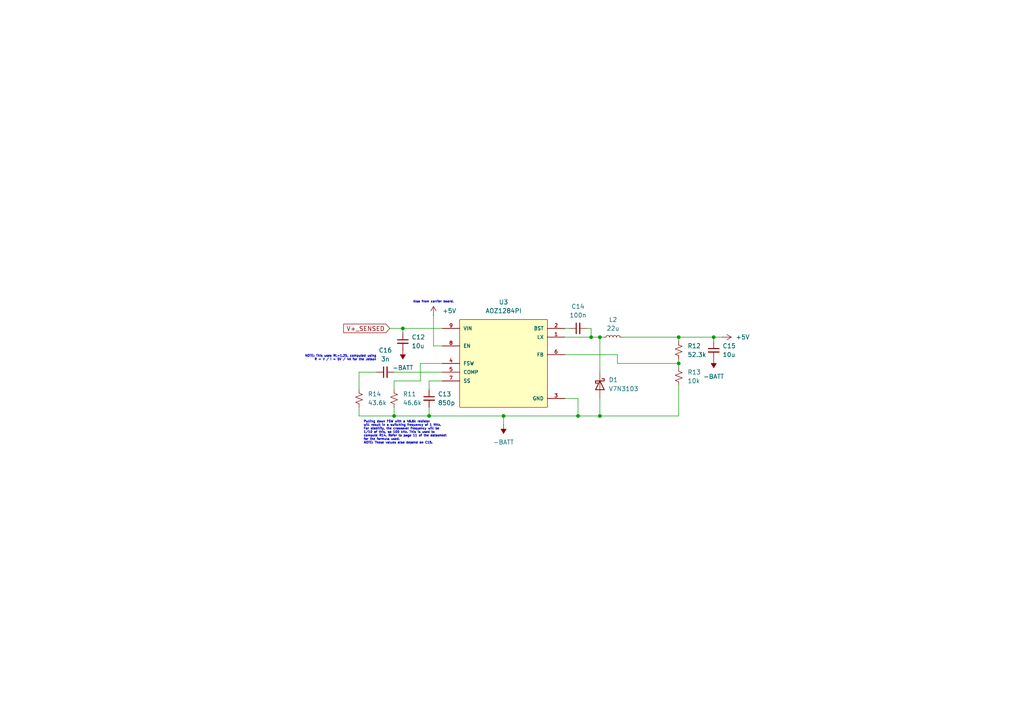
<source format=kicad_sch>
(kicad_sch (version 20250114) (generator "eeschema") (generator_version "9.0")
  (paper "A4")
  (lib_symbols
    (symbol "AOZ1284PI:AOZ1284PI" (pin_names (offset 1.016))
      (property "Reference" "U" (at -12.7 12.7 0))
      (property "Value" "AOZ1284PI" (at -12.7 -15.24 0))
      (symbol "AOZ1284PI_0_0"
        (rectangle (start -12.7 -12.7) (end 12.7 12.7) (stroke (width 0.1524)) (fill (type background)))
        (pin input line (at -17.78 10.16 0) (length 5.08) (name "VIN") (number "9"))
        (pin input line (at -17.78 5.08 0) (length 5.08) (name "EN") (number "8"))
        (pin passive line (at -17.78 0 0) (length 5.08) (name "FSW") (number "4"))
        (pin passive line (at -17.78 -2.54 0) (length 5.08) (name "COMP") (number "5"))
        (pin passive line (at -17.78 -5.08 0) (length 5.08) (name "SS") (number "7"))
        (pin output line (at 17.78 10.16 180) (length 5.08) (name "BST") (number "2"))
        (pin output line (at 17.78 7.62 180) (length 5.08) (name "LX") (number "1"))
        (pin input line (at 17.78 2.54 180) (length 5.08) (name "FB") (number "6"))
        (pin power_in line (at 17.78 -10.16 180) (length 5.08) (name "GND") (number "3"))
      )
    )
    (symbol "Device:C_Small" (pin_numbers (hide yes)) (pin_names (offset 0.254) (hide yes))
      (property "Reference" "C" (at 0.254 1.778 0))
      (property "Value" "C_Small" (at 0.254 -2.032 0))
      (symbol "C_Small_0_1"
        (polyline (pts (xy -1.524 0.508) (xy 1.524 0.508)) (stroke (width 0.3048)))
        (polyline (pts (xy -1.524 -0.508) (xy 1.524 -0.508)) (stroke (width 0.3302)))
      )
      (symbol "C_Small_1_1"
        (pin passive line (at 0 2.54 270) (length 2.032) (name "~") (number "1"))
        (pin passive line (at 0 -2.54 90) (length 2.032) (name "~") (number "2"))
      )
    )
    (symbol "Device:D_Schottky" (pin_numbers (hide yes)) (pin_names (offset 1.016) (hide yes))
      (property "Reference" "D" (at 0 2.54 0))
      (property "Value" "D_Schottky" (at 0 -2.54 0))
      (symbol "D_Schottky_0_1"
        (polyline (pts (xy -1.905 0.635) (xy -1.905 1.27) (xy -1.27 1.27) (xy -1.27 -1.27) (xy -0.635 -1.27) (xy -0.635 -0.635)) (stroke (width 0.254)))
        (polyline (pts (xy 1.27 1.27) (xy 1.27 -1.27) (xy -1.27 0) (xy 1.27 1.27)) (stroke (width 0.254)))
        (polyline (pts (xy 1.27 0) (xy -1.27 0)))
      )
      (symbol "D_Schottky_1_1"
        (pin passive line (at -3.81 0 0) (length 2.54) (name "K") (number "1"))
        (pin passive line (at 3.81 0 180) (length 2.54) (name "A") (number "2"))
      )
    )
    (symbol "Device:L_Small" (pin_numbers (hide yes)) (pin_names (offset 0.254) (hide yes))
      (property "Reference" "L" (at 0.762 1.016 0))
      (property "Value" "L_Small" (at 0.762 -1.016 0))
      (symbol "L_Small_0_1"
        (arc (start 0 2.032) (mid 0.5058 1.524) (end 0 1.016))
        (arc (start 0 1.016) (mid 0.5058 0.508) (end 0 0))
        (arc (start 0 0) (mid 0.5058 -0.508) (end 0 -1.016))
        (arc (start 0 -1.016) (mid 0.5058 -1.524) (end 0 -2.032))
      )
      (symbol "L_Small_1_1"
        (pin passive line (at 0 2.54 270) (length 0.508) (name "~") (number "1"))
        (pin passive line (at 0 -2.54 90) (length 0.508) (name "~") (number "2"))
      )
    )
    (symbol "Device:R_Small_US" (pin_numbers (hide yes)) (pin_names (offset 0.254) (hide yes))
      (property "Reference" "R" (at 0.762 0.508 0))
      (property "Value" "R_Small_US" (at 0.762 -1.016 0))
      (symbol "R_Small_US_1_1"
        (polyline (pts (xy 0 1.524) (xy 1.016 1.143) (xy 0 0.762) (xy -1.016 0.381) (xy 0 0)))
        (polyline (pts (xy 0 0) (xy 1.016 -0.381) (xy 0 -0.762) (xy -1.016 -1.143) (xy 0 -1.524)))
        (pin passive line (at 0 2.54 270) (length 1.016) (name "~") (number "1"))
        (pin passive line (at 0 -2.54 90) (length 1.016) (name "~") (number "2"))
      )
    )
    (symbol "power:+24V" (power) (pin_numbers (hide yes)) (pin_names (offset 0) (hide yes))
      (property "Value" "+24V" (at 0 3.556 0))
      (symbol "+24V_0_1"
        (polyline (pts (xy -0.762 1.27) (xy 0 2.54)))
        (polyline (pts (xy 0 2.54) (xy 0.762 1.27)))
        (polyline (pts (xy 0 0) (xy 0 2.54)))
      )
      (symbol "+24V_1_1"
        (pin power_in line (at 0 0 90) (length 0) (name "~") (number "1"))
      )
    )
    (symbol "power:+5V" (power) (pin_numbers (hide yes)) (pin_names (offset 0) (hide yes))
      (property "Value" "+5V" (at 0 3.556 0))
      (symbol "+5V_0_1"
        (polyline (pts (xy -0.762 1.27) (xy 0 2.54)))
        (polyline (pts (xy 0 2.54) (xy 0.762 1.27)))
        (polyline (pts (xy 0 0) (xy 0 2.54)))
      )
      (symbol "+5V_1_1"
        (pin power_in line (at 0 0 90) (length 0) (name "~") (number "1"))
      )
    )
    (symbol "power:-BATT" (power) (pin_numbers (hide yes)) (pin_names (offset 0) (hide yes))
      (property "Value" "-BATT" (at 0 3.556 0))
      (symbol "-BATT_0_1"
        (polyline (pts (xy 0 0) (xy 0 2.54)))
        (polyline (pts (xy 0.762 1.27) (xy -0.762 1.27) (xy 0 2.54) (xy 0.762 1.27)) (fill (type outline)))
      )
      (symbol "-BATT_1_1"
        (pin power_in line (at 0 0 90) (length 0) (name "~") (number "1"))
      )
    )
  )
  (text "Pulling down FSW with a 46.6k resistor\nwill result in a switching frequency of 1 MHz.\nFor stability, the crossover frequency will be\n1/10 of this, so 100 kHz. This is used to\ncompute R14. Refer to page 11 of the datasheet\nfor the formula used.\nNOTE: These values also depend on C15." (at 105.41 125.476 0) (effects (font (size 0.635 0.635)) (justify left)))
  (text "NOTE: This uses RL=1.25, computed using\nR = V / I = 5V / 4A for the Jetson" (at 109.22 103.886 0) (effects (font (size 0.635 0.635)) (justify right)))
  (text "Also from carrier board.\n" (at 125.73 87.63 0) (effects (font (size 0.635 0.635))))
  (junction (at 207.01 97.79))
  (junction (at 114.3 120.65))
  (junction (at 124.46 120.65))
  (junction (at 173.99 97.79))
  (junction (at 167.64 120.65))
  (junction (at 196.85 97.79))
  (junction (at 146.05 120.65))
  (junction (at 173.99 120.65))
  (junction (at 171.45 97.79))
  (junction (at 116.84 95.25))
  (junction (at 196.85 105.41))
  (wire (pts (xy 163.83 95.25) (xy 165.1 95.25)))
  (wire (pts (xy 104.14 118.11) (xy 104.14 120.65)))
  (wire (pts (xy 121.92 110.49) (xy 114.3 110.49)))
  (wire (pts (xy 114.3 118.11) (xy 114.3 120.65)))
  (wire (pts (xy 167.64 115.57) (xy 167.64 120.65)))
  (wire (pts (xy 146.05 120.65) (xy 124.46 120.65)))
  (wire (pts (xy 207.01 97.79) (xy 209.55 97.79)))
  (wire (pts (xy 173.99 97.79) (xy 173.99 107.95)))
  (wire (pts (xy 179.07 102.87) (xy 179.07 105.41)))
  (wire (pts (xy 173.99 120.65) (xy 196.85 120.65)))
  (wire (pts (xy 196.85 104.14) (xy 196.85 105.41)))
  (wire (pts (xy 114.3 110.49) (xy 114.3 113.03)))
  (wire (pts (xy 167.64 120.65) (xy 173.99 120.65)))
  (wire (pts (xy 104.14 120.65) (xy 114.3 120.65)))
  (wire (pts (xy 125.73 100.33) (xy 128.27 100.33)))
  (wire (pts (xy 173.99 115.57) (xy 173.99 120.65)))
  (wire (pts (xy 109.22 107.95) (xy 104.14 107.95)))
  (wire (pts (xy 124.46 120.65) (xy 124.46 118.11)))
  (wire (pts (xy 128.27 110.49) (xy 124.46 110.49)))
  (wire (pts (xy 207.01 97.79) (xy 207.01 99.06)))
  (wire (pts (xy 104.14 107.95) (xy 104.14 113.03)))
  (wire (pts (xy 171.45 97.79) (xy 173.99 97.79)))
  (wire (pts (xy 114.3 120.65) (xy 124.46 120.65)))
  (wire (pts (xy 163.83 115.57) (xy 167.64 115.57)))
  (wire (pts (xy 125.73 91.44) (xy 125.73 100.33)))
  (wire (pts (xy 146.05 120.65) (xy 146.05 123.19)))
  (wire (pts (xy 196.85 111.76) (xy 196.85 120.65)))
  (wire (pts (xy 163.83 102.87) (xy 179.07 102.87)))
  (wire (pts (xy 171.45 95.25) (xy 171.45 97.79)))
  (wire (pts (xy 163.83 97.79) (xy 171.45 97.79)))
  (wire (pts (xy 170.18 95.25) (xy 171.45 95.25)))
  (wire (pts (xy 113.03 95.25) (xy 116.84 95.25)))
  (wire (pts (xy 167.64 120.65) (xy 146.05 120.65)))
  (wire (pts (xy 179.07 105.41) (xy 196.85 105.41)))
  (wire (pts (xy 114.3 107.95) (xy 128.27 107.95)))
  (wire (pts (xy 196.85 97.79) (xy 207.01 97.79)))
  (wire (pts (xy 124.46 110.49) (xy 124.46 113.03)))
  (wire (pts (xy 196.85 106.68) (xy 196.85 105.41)))
  (wire (pts (xy 116.84 96.52) (xy 116.84 95.25)))
  (wire (pts (xy 196.85 97.79) (xy 196.85 99.06)))
  (wire (pts (xy 173.99 97.79) (xy 175.26 97.79)))
  (wire (pts (xy 180.34 97.79) (xy 196.85 97.79)))
  (wire (pts (xy 128.27 105.41) (xy 121.92 105.41)))
  (wire (pts (xy 121.92 105.41) (xy 121.92 110.49)))
  (wire (pts (xy 116.84 95.25) (xy 128.27 95.25)))
  (global_label "V+_SENSED" (shape input) (at 113.03 95.25 180) (property "Intersheetrefs" "${INTERSHEET_REFS}" (effects (hide yes))))
  (symbol (lib_id "Device:C_Small") (at 207.01 101.6 0) (unit 1)
    (property "Reference" "C15" (at 209.55 100.3362 0) (effects (justify left)))
    (property "Value" "10u" (at 209.55 102.8762 0) (effects (justify left)))
    (property "Description" "Unpolarized capacitor, small symbol" (effects (hide yes)))
  )
  (symbol (lib_id "power:-BATT") (at 116.84 101.6 180) (unit 1)
    (property "Reference" "#PWR020" (effects (hide yes)))
    (property "Value" "-BATT" (at 116.84 106.68 0))
    (property "Description" "Power symbol creates a global label with name \"-BATT\"" (effects (hide yes)))
  )
  (symbol (lib_id "AOZ1284PI:AOZ1284PI") (at 146.05 105.41 0) (unit 1)
    (property "Reference" "U3" (at 146.05 87.63 0))
    (property "Value" "AOZ1284PI" (at 146.05 90.17 0))
    (property "Footprint" "external_symbols:SOP127P600X170-9N" (effects (hide yes)))
    (property "E2_MAX" "2.58" (effects (hide yes)))
    (property "E1_MIN" "3.8" (effects (hide yes)))
    (property "B_NOM" "0.41" (effects (hide yes)))
    (property "D_MAX" "5.0" (effects (hide yes)))
    (property "E1_NOM" "3.9" (effects (hide yes)))
    (property "B_MAX" "0.51" (effects (hide yes)))
    (property "Description_1" "Buck Switching Regulator IC Positive Adjustable 0.8V 1 Output 4A 8-SOIC (0.154, 3.90mm Width) Exposed Pad" (effects (hide yes)))
    (property "Price" "None" (effects (hide yes)))
    (property "D2_MAX" "3.5" (effects (hide yes)))
    (property "ENOM" "1.27" (effects (hide yes)))
    (property "D_NOM" "4.9" (effects (hide yes)))
    (property "L_MAX" "1.27" (effects (hide yes)))
    (property "A_MAX" "1.7" (effects (hide yes)))
    (property "Package" "SO-8 Alpha &amp;" (effects (hide yes)))
    (property "A_NOM" "1.7" (effects (hide yes)))
    (property "Check_prices" "https://www.snapeda.com/parts/AOZ1284PI/Alpha/view-part/?ref=eda" (effects (hide yes)))
    (property "A_MIN" "1.7" (effects (hide yes)))
    (property "STANDARD" "IPC 7351B" (effects (hide yes)))
    (property "PARTREV" "0.5" (effects (hide yes)))
    (property "SnapEDA_Link" "https://www.snapeda.com/parts/AOZ1284PI/Alpha/view-part/?ref=snap" (effects (hide yes)))
    (property "E_NOM" "6.0" (effects (hide yes)))
    (property "B_MIN" "0.31" (effects (hide yes)))
    (property "PIN_COUNT" "8.0" (effects (hide yes)))
    (property "L_NOM" "0.835" (effects (hide yes)))
    (property "MANUFACTURER" "Alpha and Omega" (effects (hide yes)))
    (property "MF" "Alpha &" (effects (hide yes)))
    (property "MAXIMUM_PACKAGE_HEIGHT" "1.7mm" (effects (hide yes)))
    (property "A1_MIN" "0.1" (effects (hide yes)))
    (property "E1_MAX" "4.0" (effects (hide yes)))
    (property "E_MIN" "5.8" (effects (hide yes)))
    (property "D_MIN" "4.8" (effects (hide yes)))
    (property "MP" "AOZ1284PI" (effects (hide yes)))
    (property "L_MIN" "0.4" (effects (hide yes)))
    (property "Availability" "In Stock" (effects (hide yes)))
    (property "E_MAX" "6.2" (effects (hide yes)))
  )
  (symbol (lib_id "Device:R_Small_US") (at 196.85 101.6 0) (unit 1)
    (property "Reference" "R12" (at 199.39 100.3299 0) (effects (justify left)))
    (property "Value" "52.3k" (at 199.39 102.8699 0) (effects (justify left)))
    (property "Description" "Resistor, small US symbol" (effects (hide yes)))
  )
  (symbol (lib_id "Device:R_Small_US") (at 104.14 115.57 0) (unit 1)
    (property "Reference" "R14" (at 106.68 114.2999 0) (effects (justify left)))
    (property "Value" "43.6k" (at 106.68 116.8399 0) (effects (justify left)))
    (property "Description" "Resistor, small US symbol" (effects (hide yes)))
  )
  (symbol (lib_id "Device:R_Small_US") (at 114.3 115.57 0) (unit 1)
    (property "Reference" "R11" (at 116.84 114.2999 0) (effects (justify left)))
    (property "Value" "46.6k" (at 116.84 116.8399 0) (effects (justify left)))
    (property "Description" "Resistor, small US symbol" (effects (hide yes)))
  )
  (symbol (lib_id "power:+5V") (at 209.55 97.79 270) (unit 1)
    (property "Reference" "#PWR022" (effects (hide yes)))
    (property "Value" "+5V" (at 213.36 97.7899 90) (effects (justify left)))
    (property "Description" "Power symbol creates a global label with name \"+5V\"" (effects (hide yes)))
  )
  (symbol (lib_id "power:-BATT") (at 146.05 123.19 180) (unit 1)
    (property "Reference" "#PWR021" (effects (hide yes)))
    (property "Value" "-BATT" (at 146.05 128.27 0))
    (property "Description" "Power symbol creates a global label with name \"-BATT\"" (effects (hide yes)))
  )
  (symbol (lib_id "power:+24V") (at 125.73 91.44 0) (unit 1)
    (property "Reference" "#PWR023" (effects (hide yes)))
    (property "Value" "+5V" (at 128.27 90.1699 0) (effects (justify left)))
    (property "Description" "Power symbol creates a global label with name \"+24V\"" (effects (hide yes)))
  )
  (symbol (lib_id "Device:D_Schottky") (at 173.99 111.76 270) (unit 1)
    (property "Reference" "D1" (at 176.53 110.1724 90) (effects (justify left)))
    (property "Value" "V7N3103" (at 176.53 112.776 90) (effects (justify left)))
    (property "Description" "Schottky diode" (effects (hide yes)))
  )
  (symbol (lib_id "Device:C_Small") (at 124.46 115.57 0) (unit 1)
    (property "Reference" "C13" (at 127 114.3062 0) (effects (justify left)))
    (property "Value" "850p" (at 127 116.8462 0) (effects (justify left)))
    (property "Description" "Unpolarized capacitor, small symbol" (effects (hide yes)))
  )
  (symbol (lib_id "Device:R_Small_US") (at 196.85 109.22 0) (unit 1)
    (property "Reference" "R13" (at 199.39 107.9499 0) (effects (justify left)))
    (property "Value" "10k" (at 199.39 110.4899 0) (effects (justify left)))
    (property "Description" "Resistor, small US symbol" (effects (hide yes)))
  )
  (symbol (lib_id "Device:C_Small") (at 167.64 95.25 90) (unit 1)
    (property "Reference" "C14" (at 167.6463 88.9 90))
    (property "Value" "100n" (at 167.6463 91.44 90))
    (property "Description" "Unpolarized capacitor, small symbol" (effects (hide yes)))
  )
  (symbol (lib_id "power:-BATT") (at 207.01 104.14 180) (unit 1)
    (property "Reference" "#PWR024" (effects (hide yes)))
    (property "Value" "-BATT" (at 207.01 109.22 0))
    (property "Description" "Power symbol creates a global label with name \"-BATT\"" (effects (hide yes)))
  )
  (symbol (lib_id "Device:L_Small") (at 177.8 97.79 90) (unit 1)
    (property "Reference" "L2" (at 177.8 92.71 90))
    (property "Value" "22u" (at 177.8 95.25 90))
    (property "Description" "Inductor, small symbol" (effects (hide yes)))
  )
  (symbol (lib_id "Device:C_Small") (at 111.76 107.95 90) (unit 1)
    (property "Reference" "C16" (at 111.7663 101.6 90))
    (property "Value" "3n" (at 111.7663 104.14 90))
    (property "Description" "Unpolarized capacitor, small symbol" (effects (hide yes)))
  )
  (symbol (lib_id "Device:C_Small") (at 116.84 99.06 0) (unit 1)
    (property "Reference" "C12" (at 119.38 97.7962 0) (effects (justify left)))
    (property "Value" "10u" (at 119.38 100.3362 0) (effects (justify left)))
    (property "Description" "Unpolarized capacitor, small symbol" (effects (hide yes)))
  )
)
</source>
